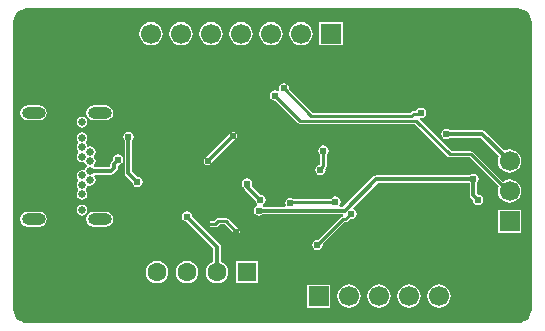
<source format=gbl>
G04*
G04 #@! TF.GenerationSoftware,Altium Limited,Altium Designer,21.0.8 (223)*
G04*
G04 Layer_Physical_Order=2*
G04 Layer_Color=16711680*
%FSLAX42Y42*%
%MOMM*%
G71*
G04*
G04 #@! TF.SameCoordinates,3342F10C-20B5-45E4-B721-DC8BC5ABD3D0*
G04*
G04*
G04 #@! TF.FilePolarity,Positive*
G04*
G01*
G75*
%ADD14C,0.25*%
%ADD40C,0.38*%
%ADD41O,2.00X1.00*%
%ADD42C,0.65*%
%ADD43R,1.70X1.70*%
%ADD44C,1.70*%
%ADD45C,1.60*%
%ADD46R,1.60X1.60*%
%ADD47R,1.70X1.70*%
%ADD48C,0.61*%
G36*
X4101Y2662D02*
X4124Y2653D01*
X4145Y2639D01*
X4163Y2621D01*
X4177Y2600D01*
X4186Y2577D01*
X4191Y2553D01*
Y2540D01*
Y127D01*
Y114D01*
X4186Y90D01*
X4177Y67D01*
X4163Y46D01*
X4145Y28D01*
X4124Y14D01*
X4101Y5D01*
X4077Y0D01*
X-89D01*
X-113Y5D01*
X-136Y14D01*
X-157Y28D01*
X-175Y46D01*
X-189Y67D01*
X-198Y90D01*
X-203Y114D01*
Y127D01*
Y2540D01*
Y2553D01*
X-198Y2577D01*
X-189Y2600D01*
X-175Y2621D01*
X-157Y2639D01*
X-136Y2653D01*
X-113Y2662D01*
X-89Y2667D01*
X4077D01*
X4101Y2662D01*
D02*
G37*
%LPC*%
G36*
X2587Y2549D02*
X2392D01*
Y2353D01*
X2587D01*
Y2549D01*
D02*
G37*
G36*
X2235Y2550D02*
X2210Y2546D01*
X2186Y2536D01*
X2166Y2521D01*
X2150Y2500D01*
X2140Y2477D01*
X2137Y2451D01*
X2140Y2426D01*
X2150Y2402D01*
X2166Y2381D01*
X2186Y2366D01*
X2210Y2356D01*
X2235Y2353D01*
X2261Y2356D01*
X2284Y2366D01*
X2305Y2381D01*
X2321Y2402D01*
X2330Y2426D01*
X2334Y2451D01*
X2330Y2477D01*
X2321Y2500D01*
X2305Y2521D01*
X2284Y2536D01*
X2261Y2546D01*
X2235Y2550D01*
D02*
G37*
G36*
X1981D02*
X1956Y2546D01*
X1932Y2536D01*
X1912Y2521D01*
X1896Y2500D01*
X1886Y2477D01*
X1883Y2451D01*
X1886Y2426D01*
X1896Y2402D01*
X1912Y2381D01*
X1932Y2366D01*
X1956Y2356D01*
X1981Y2353D01*
X2007Y2356D01*
X2030Y2366D01*
X2051Y2381D01*
X2067Y2402D01*
X2076Y2426D01*
X2080Y2451D01*
X2076Y2477D01*
X2067Y2500D01*
X2051Y2521D01*
X2030Y2536D01*
X2007Y2546D01*
X1981Y2550D01*
D02*
G37*
G36*
X1727D02*
X1702Y2546D01*
X1678Y2536D01*
X1658Y2521D01*
X1642Y2500D01*
X1632Y2477D01*
X1629Y2451D01*
X1632Y2426D01*
X1642Y2402D01*
X1658Y2381D01*
X1678Y2366D01*
X1702Y2356D01*
X1727Y2353D01*
X1753Y2356D01*
X1776Y2366D01*
X1797Y2381D01*
X1813Y2402D01*
X1822Y2426D01*
X1826Y2451D01*
X1822Y2477D01*
X1813Y2500D01*
X1797Y2521D01*
X1776Y2536D01*
X1753Y2546D01*
X1727Y2550D01*
D02*
G37*
G36*
X1473D02*
X1448Y2546D01*
X1424Y2536D01*
X1404Y2521D01*
X1388Y2500D01*
X1378Y2477D01*
X1375Y2451D01*
X1378Y2426D01*
X1388Y2402D01*
X1404Y2381D01*
X1424Y2366D01*
X1448Y2356D01*
X1473Y2353D01*
X1499Y2356D01*
X1522Y2366D01*
X1543Y2381D01*
X1559Y2402D01*
X1568Y2426D01*
X1572Y2451D01*
X1568Y2477D01*
X1559Y2500D01*
X1543Y2521D01*
X1522Y2536D01*
X1499Y2546D01*
X1473Y2550D01*
D02*
G37*
G36*
X1219D02*
X1194Y2546D01*
X1170Y2536D01*
X1150Y2521D01*
X1134Y2500D01*
X1124Y2477D01*
X1121Y2451D01*
X1124Y2426D01*
X1134Y2402D01*
X1150Y2381D01*
X1170Y2366D01*
X1194Y2356D01*
X1219Y2353D01*
X1245Y2356D01*
X1268Y2366D01*
X1289Y2381D01*
X1305Y2402D01*
X1314Y2426D01*
X1318Y2451D01*
X1314Y2477D01*
X1305Y2500D01*
X1289Y2521D01*
X1268Y2536D01*
X1245Y2546D01*
X1219Y2550D01*
D02*
G37*
G36*
X965D02*
X940Y2546D01*
X916Y2536D01*
X896Y2521D01*
X880Y2500D01*
X870Y2477D01*
X867Y2451D01*
X870Y2426D01*
X880Y2402D01*
X896Y2381D01*
X916Y2366D01*
X940Y2356D01*
X965Y2353D01*
X991Y2356D01*
X1014Y2366D01*
X1035Y2381D01*
X1051Y2402D01*
X1060Y2426D01*
X1064Y2451D01*
X1060Y2477D01*
X1051Y2500D01*
X1035Y2521D01*
X1014Y2536D01*
X991Y2546D01*
X965Y2550D01*
D02*
G37*
G36*
X2090Y2031D02*
X2073Y2028D01*
X2059Y2018D01*
X2049Y2004D01*
X2046Y1987D01*
X2049Y1972D01*
X2045Y1968D01*
X2038Y1963D01*
X2033Y1967D01*
X2017Y1970D01*
X2000Y1967D01*
X1985Y1957D01*
X1976Y1943D01*
X1973Y1926D01*
X1976Y1909D01*
X1985Y1895D01*
X2000Y1885D01*
X2017Y1882D01*
X2023Y1883D01*
X2210Y1696D01*
X2218Y1691D01*
X2228Y1689D01*
X3202D01*
X3481Y1410D01*
X3489Y1405D01*
X3499Y1403D01*
X3666D01*
X3911Y1157D01*
X3905Y1143D01*
X3902Y1118D01*
X3905Y1092D01*
X3915Y1068D01*
X3931Y1048D01*
X3951Y1032D01*
X3975Y1022D01*
X4001Y1019D01*
X4026Y1022D01*
X4050Y1032D01*
X4070Y1048D01*
X4086Y1068D01*
X4096Y1092D01*
X4099Y1118D01*
X4096Y1143D01*
X4086Y1167D01*
X4070Y1187D01*
X4050Y1203D01*
X4026Y1213D01*
X4001Y1216D01*
X3975Y1213D01*
X3951Y1203D01*
X3944Y1198D01*
X3695Y1447D01*
X3687Y1453D01*
X3677Y1455D01*
X3510D01*
X3241Y1723D01*
X3247Y1735D01*
X3251Y1734D01*
X3268Y1737D01*
X3282Y1747D01*
X3292Y1761D01*
X3295Y1778D01*
X3292Y1795D01*
X3282Y1809D01*
X3268Y1819D01*
X3251Y1822D01*
X3234Y1819D01*
X3220Y1809D01*
X3212Y1797D01*
X3189D01*
X3179Y1795D01*
X3170Y1790D01*
X3159Y1778D01*
X2335D01*
X2133Y1981D01*
X2134Y1987D01*
X2130Y2004D01*
X2121Y2018D01*
X2107Y2028D01*
X2090Y2031D01*
D02*
G37*
G36*
X581Y1844D02*
X481D01*
X457Y1839D01*
X436Y1825D01*
X422Y1804D01*
X417Y1780D01*
X422Y1755D01*
X436Y1734D01*
X457Y1721D01*
X481Y1716D01*
X581D01*
X605Y1721D01*
X626Y1734D01*
X640Y1755D01*
X645Y1780D01*
X640Y1804D01*
X626Y1825D01*
X605Y1839D01*
X581Y1844D01*
D02*
G37*
G36*
X21D02*
X-79D01*
X-103Y1839D01*
X-124Y1825D01*
X-138Y1804D01*
X-143Y1780D01*
X-138Y1755D01*
X-124Y1734D01*
X-103Y1721D01*
X-79Y1716D01*
X21D01*
X45Y1721D01*
X66Y1734D01*
X80Y1755D01*
X85Y1780D01*
X80Y1804D01*
X66Y1825D01*
X45Y1839D01*
X21Y1844D01*
D02*
G37*
G36*
X381Y1748D02*
X363Y1745D01*
X348Y1735D01*
X338Y1720D01*
X335Y1702D01*
X338Y1685D01*
X348Y1670D01*
X363Y1660D01*
X381Y1656D01*
X399Y1660D01*
X414Y1670D01*
X424Y1685D01*
X427Y1702D01*
X424Y1720D01*
X414Y1735D01*
X399Y1745D01*
X381Y1748D01*
D02*
G37*
G36*
X1664Y1620D02*
X1651Y1617D01*
X1641Y1610D01*
X1425Y1394D01*
X1418Y1384D01*
X1415Y1372D01*
X1418Y1359D01*
X1425Y1349D01*
X1435Y1342D01*
X1448Y1339D01*
X1460Y1342D01*
X1471Y1349D01*
X1687Y1565D01*
X1694Y1575D01*
X1696Y1588D01*
X1694Y1600D01*
X1687Y1610D01*
X1676Y1617D01*
X1664Y1620D01*
D02*
G37*
G36*
X381Y1616D02*
X363Y1612D01*
X348Y1602D01*
X338Y1587D01*
X335Y1570D01*
X338Y1552D01*
X348Y1537D01*
X350Y1534D01*
Y1525D01*
X348Y1522D01*
X338Y1507D01*
X335Y1490D01*
X338Y1472D01*
X348Y1457D01*
X350Y1454D01*
Y1445D01*
X348Y1442D01*
X338Y1427D01*
X335Y1410D01*
X338Y1392D01*
X348Y1377D01*
X363Y1367D01*
X381Y1364D01*
X399Y1367D01*
X407Y1358D01*
X408Y1352D01*
X418Y1337D01*
X420Y1336D01*
Y1323D01*
X418Y1322D01*
X408Y1307D01*
X407Y1302D01*
X399Y1292D01*
X381Y1296D01*
X363Y1292D01*
X348Y1282D01*
X338Y1267D01*
X335Y1250D01*
X338Y1232D01*
X348Y1217D01*
X350Y1216D01*
Y1203D01*
X348Y1202D01*
X338Y1187D01*
X335Y1170D01*
X338Y1152D01*
X348Y1137D01*
X350Y1134D01*
Y1125D01*
X348Y1122D01*
X338Y1107D01*
X335Y1090D01*
X338Y1072D01*
X348Y1057D01*
X363Y1047D01*
X381Y1044D01*
X399Y1047D01*
X414Y1057D01*
X424Y1072D01*
X427Y1090D01*
X424Y1107D01*
X414Y1122D01*
X412Y1125D01*
Y1134D01*
X414Y1137D01*
X424Y1152D01*
X425Y1158D01*
X433Y1167D01*
X451Y1164D01*
X469Y1167D01*
X484Y1177D01*
X494Y1192D01*
X497Y1210D01*
X494Y1227D01*
X484Y1242D01*
X490Y1253D01*
X494Y1257D01*
X630D01*
X642Y1260D01*
X652Y1267D01*
X677Y1292D01*
X684Y1302D01*
X687Y1315D01*
Y1333D01*
X696Y1342D01*
X703Y1344D01*
X717Y1353D01*
X726Y1367D01*
X730Y1384D01*
X726Y1401D01*
X717Y1415D01*
X703Y1425D01*
X686Y1428D01*
X669Y1425D01*
X655Y1415D01*
X645Y1401D01*
X642Y1384D01*
X643Y1381D01*
X632Y1370D01*
X625Y1359D01*
X622Y1347D01*
Y1328D01*
X616Y1322D01*
X484D01*
X484Y1322D01*
X482Y1323D01*
Y1336D01*
X484Y1337D01*
X494Y1352D01*
X497Y1370D01*
X494Y1387D01*
X484Y1402D01*
X482Y1405D01*
Y1414D01*
X484Y1417D01*
X494Y1432D01*
X497Y1450D01*
X494Y1467D01*
X484Y1482D01*
X469Y1492D01*
X451Y1496D01*
X433Y1492D01*
X425Y1502D01*
X424Y1507D01*
X414Y1522D01*
X412Y1525D01*
Y1534D01*
X414Y1537D01*
X424Y1552D01*
X427Y1570D01*
X424Y1587D01*
X414Y1602D01*
X399Y1612D01*
X381Y1616D01*
D02*
G37*
G36*
X3467Y1644D02*
X3450Y1641D01*
X3436Y1631D01*
X3426Y1617D01*
X3423Y1600D01*
X3426Y1583D01*
X3436Y1569D01*
X3450Y1560D01*
X3467Y1556D01*
X3484Y1560D01*
X3496Y1568D01*
X3758D01*
X3912Y1414D01*
X3905Y1397D01*
X3902Y1372D01*
X3905Y1346D01*
X3915Y1322D01*
X3931Y1302D01*
X3951Y1286D01*
X3975Y1276D01*
X4001Y1273D01*
X4026Y1276D01*
X4050Y1286D01*
X4070Y1302D01*
X4086Y1322D01*
X4096Y1346D01*
X4099Y1372D01*
X4096Y1397D01*
X4086Y1421D01*
X4070Y1441D01*
X4050Y1457D01*
X4026Y1467D01*
X4001Y1470D01*
X3975Y1467D01*
X3958Y1460D01*
X3795Y1623D01*
X3784Y1630D01*
X3772Y1633D01*
X3496D01*
X3484Y1641D01*
X3467Y1644D01*
D02*
G37*
G36*
X2426Y1505D02*
X2409Y1501D01*
X2395Y1492D01*
X2385Y1477D01*
X2382Y1460D01*
X2385Y1444D01*
X2395Y1429D01*
X2400Y1426D01*
Y1339D01*
X2383Y1336D01*
X2369Y1327D01*
X2360Y1312D01*
X2356Y1295D01*
X2360Y1279D01*
X2369Y1264D01*
X2383Y1255D01*
X2400Y1251D01*
X2417Y1255D01*
X2431Y1264D01*
X2441Y1279D01*
X2444Y1295D01*
X2442Y1307D01*
X2444Y1309D01*
X2450Y1318D01*
X2452Y1328D01*
Y1426D01*
X2457Y1429D01*
X2466Y1444D01*
X2470Y1460D01*
X2466Y1477D01*
X2457Y1492D01*
X2443Y1501D01*
X2426Y1505D01*
D02*
G37*
G36*
X775Y1619D02*
X758Y1615D01*
X744Y1606D01*
X734Y1592D01*
X731Y1575D01*
X734Y1558D01*
X742Y1546D01*
Y1270D01*
X745Y1258D01*
X752Y1247D01*
X807Y1192D01*
X810Y1177D01*
X820Y1163D01*
X834Y1153D01*
X851Y1150D01*
X868Y1153D01*
X882Y1163D01*
X892Y1177D01*
X895Y1194D01*
X892Y1211D01*
X882Y1225D01*
X868Y1234D01*
X853Y1237D01*
X807Y1283D01*
Y1546D01*
X815Y1558D01*
X819Y1575D01*
X815Y1592D01*
X806Y1606D01*
X792Y1615D01*
X775Y1619D01*
D02*
G37*
G36*
X3696Y1263D02*
X3679Y1260D01*
X3666Y1252D01*
X2871D01*
X2858Y1249D01*
X2848Y1242D01*
X2591Y985D01*
X2562D01*
X2558Y998D01*
X2568Y1012D01*
X2571Y1029D01*
X2568Y1046D01*
X2558Y1060D01*
X2544Y1069D01*
X2527Y1073D01*
X2510Y1069D01*
X2496Y1060D01*
X2493Y1055D01*
X2166D01*
X2163Y1057D01*
X2146Y1060D01*
X2129Y1057D01*
X2115Y1047D01*
X2106Y1033D01*
X2102Y1016D01*
X2106Y999D01*
X2108Y996D01*
X2102Y985D01*
X1918D01*
X1914Y990D01*
X1917Y1006D01*
X1923Y1010D01*
X1933Y1025D01*
X1936Y1041D01*
X1933Y1058D01*
X1923Y1073D01*
X1909Y1082D01*
X1894Y1085D01*
X1817Y1162D01*
X1819Y1164D01*
X1822Y1181D01*
X1819Y1198D01*
X1809Y1212D01*
X1795Y1222D01*
X1778Y1225D01*
X1761Y1222D01*
X1747Y1212D01*
X1737Y1198D01*
X1734Y1181D01*
X1737Y1164D01*
X1747Y1150D01*
X1749Y1149D01*
X1751Y1141D01*
X1758Y1130D01*
X1849Y1039D01*
X1852Y1025D01*
X1861Y1010D01*
X1866Y1007D01*
X1864Y993D01*
X1863Y993D01*
X1848Y984D01*
X1839Y969D01*
X1836Y952D01*
X1839Y936D01*
X1848Y921D01*
X1863Y912D01*
X1880Y908D01*
X1896Y912D01*
X1909Y920D01*
X2587D01*
X2594Y907D01*
X2594Y906D01*
X2591Y904D01*
X2583Y902D01*
X2574Y897D01*
X2381Y703D01*
X2375Y704D01*
X2358Y701D01*
X2344Y692D01*
X2334Y677D01*
X2331Y660D01*
X2334Y644D01*
X2344Y629D01*
X2358Y620D01*
X2375Y616D01*
X2392Y620D01*
X2406Y629D01*
X2416Y644D01*
X2419Y660D01*
X2418Y667D01*
X2603Y852D01*
X2611D01*
X2621Y854D01*
X2629Y860D01*
X2651Y882D01*
X2663Y879D01*
X2680Y882D01*
X2694Y892D01*
X2703Y906D01*
X2707Y923D01*
X2703Y940D01*
X2694Y954D01*
X2680Y964D01*
X2677Y964D01*
X2674Y976D01*
X2884Y1187D01*
X3663D01*
Y1083D01*
X3666Y1071D01*
X3673Y1060D01*
X3690Y1043D01*
X3690Y1041D01*
X3693Y1025D01*
X3703Y1010D01*
X3717Y1001D01*
X3734Y997D01*
X3751Y1001D01*
X3765Y1010D01*
X3774Y1025D01*
X3778Y1041D01*
X3774Y1058D01*
X3765Y1073D01*
X3751Y1082D01*
X3740Y1084D01*
X3728Y1096D01*
Y1190D01*
X3736Y1202D01*
X3740Y1219D01*
X3736Y1236D01*
X3727Y1250D01*
X3713Y1260D01*
X3696Y1263D01*
D02*
G37*
G36*
X381Y1003D02*
X363Y1000D01*
X348Y990D01*
X338Y975D01*
X335Y957D01*
X338Y940D01*
X348Y925D01*
X363Y915D01*
X381Y911D01*
X399Y915D01*
X414Y925D01*
X424Y940D01*
X427Y957D01*
X424Y975D01*
X414Y990D01*
X399Y1000D01*
X381Y1003D01*
D02*
G37*
G36*
X581Y944D02*
X481D01*
X457Y939D01*
X436Y925D01*
X422Y904D01*
X417Y880D01*
X422Y855D01*
X436Y834D01*
X457Y821D01*
X481Y816D01*
X581D01*
X605Y821D01*
X626Y834D01*
X640Y855D01*
X645Y880D01*
X640Y904D01*
X626Y925D01*
X605Y939D01*
X581Y944D01*
D02*
G37*
G36*
X21D02*
X-79D01*
X-103Y939D01*
X-124Y925D01*
X-138Y904D01*
X-143Y880D01*
X-138Y855D01*
X-124Y834D01*
X-103Y821D01*
X-79Y816D01*
X21D01*
X45Y821D01*
X66Y834D01*
X80Y855D01*
X85Y880D01*
X80Y904D01*
X66Y925D01*
X45Y939D01*
X21Y944D01*
D02*
G37*
G36*
X4098Y961D02*
X3903D01*
Y766D01*
X4098D01*
Y961D01*
D02*
G37*
G36*
X1601Y889D02*
X1537D01*
X1527Y887D01*
X1519Y881D01*
X1499Y861D01*
X1437D01*
X1427Y859D01*
X1418Y854D01*
X1413Y845D01*
X1411Y835D01*
X1413Y826D01*
X1418Y817D01*
X1427Y811D01*
X1437Y810D01*
X1510D01*
X1519Y811D01*
X1528Y817D01*
X1548Y837D01*
X1590D01*
X1671Y756D01*
X1679Y751D01*
X1689Y749D01*
X1699Y751D01*
X1707Y756D01*
X1713Y765D01*
X1715Y775D01*
X1713Y785D01*
X1707Y793D01*
X1619Y881D01*
X1611Y887D01*
X1601Y889D01*
D02*
G37*
G36*
X1871Y524D02*
X1685D01*
Y339D01*
X1871D01*
Y524D01*
D02*
G37*
G36*
X1270Y946D02*
X1253Y942D01*
X1239Y933D01*
X1229Y919D01*
X1226Y902D01*
X1229Y885D01*
X1239Y871D01*
X1253Y861D01*
X1268Y858D01*
X1492Y634D01*
Y519D01*
X1477Y513D01*
X1458Y498D01*
X1443Y479D01*
X1434Y456D01*
X1431Y432D01*
X1434Y408D01*
X1443Y385D01*
X1458Y366D01*
X1477Y351D01*
X1500Y341D01*
X1524Y338D01*
X1548Y341D01*
X1571Y351D01*
X1590Y366D01*
X1605Y385D01*
X1614Y408D01*
X1617Y432D01*
X1614Y456D01*
X1605Y479D01*
X1590Y498D01*
X1571Y513D01*
X1556Y519D01*
Y648D01*
X1554Y660D01*
X1547Y671D01*
X1314Y904D01*
X1311Y919D01*
X1301Y933D01*
X1287Y942D01*
X1270Y946D01*
D02*
G37*
G36*
Y525D02*
X1246Y522D01*
X1223Y513D01*
X1204Y498D01*
X1189Y479D01*
X1180Y456D01*
X1177Y432D01*
X1180Y408D01*
X1189Y385D01*
X1204Y366D01*
X1223Y351D01*
X1246Y341D01*
X1270Y338D01*
X1294Y341D01*
X1317Y351D01*
X1336Y366D01*
X1351Y385D01*
X1360Y408D01*
X1364Y432D01*
X1360Y456D01*
X1351Y479D01*
X1336Y498D01*
X1317Y513D01*
X1294Y522D01*
X1270Y525D01*
D02*
G37*
G36*
X1016D02*
X992Y522D01*
X969Y513D01*
X950Y498D01*
X935Y479D01*
X926Y456D01*
X923Y432D01*
X926Y408D01*
X935Y385D01*
X950Y366D01*
X969Y351D01*
X992Y341D01*
X1016Y338D01*
X1040Y341D01*
X1063Y351D01*
X1082Y366D01*
X1097Y385D01*
X1106Y408D01*
X1110Y432D01*
X1106Y456D01*
X1097Y479D01*
X1082Y498D01*
X1063Y513D01*
X1040Y522D01*
X1016Y525D01*
D02*
G37*
G36*
X2485Y326D02*
X2290D01*
Y131D01*
X2485D01*
Y326D01*
D02*
G37*
G36*
X3404Y327D02*
X3378Y324D01*
X3354Y314D01*
X3334Y298D01*
X3318Y278D01*
X3308Y254D01*
X3305Y229D01*
X3308Y203D01*
X3318Y179D01*
X3334Y159D01*
X3354Y143D01*
X3378Y133D01*
X3404Y130D01*
X3429Y133D01*
X3453Y143D01*
X3473Y159D01*
X3489Y179D01*
X3499Y203D01*
X3502Y229D01*
X3499Y254D01*
X3489Y278D01*
X3473Y298D01*
X3453Y314D01*
X3429Y324D01*
X3404Y327D01*
D02*
G37*
G36*
X3150D02*
X3124Y324D01*
X3100Y314D01*
X3080Y298D01*
X3064Y278D01*
X3054Y254D01*
X3051Y229D01*
X3054Y203D01*
X3064Y179D01*
X3080Y159D01*
X3100Y143D01*
X3124Y133D01*
X3150Y130D01*
X3175Y133D01*
X3199Y143D01*
X3219Y159D01*
X3235Y179D01*
X3245Y203D01*
X3248Y229D01*
X3245Y254D01*
X3235Y278D01*
X3219Y298D01*
X3199Y314D01*
X3175Y324D01*
X3150Y327D01*
D02*
G37*
G36*
X2896D02*
X2870Y324D01*
X2846Y314D01*
X2826Y298D01*
X2810Y278D01*
X2800Y254D01*
X2797Y229D01*
X2800Y203D01*
X2810Y179D01*
X2826Y159D01*
X2846Y143D01*
X2870Y133D01*
X2896Y130D01*
X2921Y133D01*
X2945Y143D01*
X2965Y159D01*
X2981Y179D01*
X2991Y203D01*
X2994Y229D01*
X2991Y254D01*
X2981Y278D01*
X2965Y298D01*
X2945Y314D01*
X2921Y324D01*
X2896Y327D01*
D02*
G37*
G36*
X2642D02*
X2616Y324D01*
X2592Y314D01*
X2572Y298D01*
X2556Y278D01*
X2546Y254D01*
X2543Y229D01*
X2546Y203D01*
X2556Y179D01*
X2572Y159D01*
X2592Y143D01*
X2616Y133D01*
X2642Y130D01*
X2667Y133D01*
X2691Y143D01*
X2711Y159D01*
X2727Y179D01*
X2737Y203D01*
X2740Y229D01*
X2737Y254D01*
X2727Y278D01*
X2711Y298D01*
X2691Y314D01*
X2667Y324D01*
X2642Y327D01*
D02*
G37*
%LPD*%
D14*
X1537Y863D02*
X1601D01*
X1437Y835D02*
X1510D01*
X1537Y863D01*
X1601D02*
X1689Y775D01*
X2375Y660D02*
X2593Y878D01*
X2656Y923D02*
X2663D01*
X2611Y878D02*
X2656Y923D01*
X2593Y878D02*
X2611D01*
X3170Y1753D02*
X3189Y1771D01*
X2324Y1753D02*
X3170D01*
X3244Y1771D02*
X3251Y1778D01*
X3189Y1771D02*
X3244D01*
X2090Y1987D02*
X2324Y1753D01*
X3499Y1429D02*
X3677D01*
X3213Y1715D02*
X3499Y1429D01*
X3988Y1118D02*
X4001D01*
X3677Y1429D02*
X3988Y1118D01*
X2228Y1715D02*
X3213D01*
X2146Y1016D02*
X2153D01*
X2166Y1029D02*
X2527D01*
X2153Y1016D02*
X2166Y1029D01*
X2426Y1328D02*
Y1460D01*
X2400Y1302D02*
X2426Y1328D01*
X2400Y1295D02*
Y1302D01*
X2017Y1926D02*
X2228Y1715D01*
D40*
X1270Y902D02*
X1524Y648D01*
Y432D02*
Y648D01*
X775Y1270D02*
X851Y1194D01*
X775Y1270D02*
Y1575D01*
X654Y1347D02*
X686Y1378D01*
Y1384D01*
X654Y1315D02*
Y1347D01*
X451Y1290D02*
X630D01*
X654Y1315D01*
X1448Y1372D02*
X1664Y1588D01*
X2871Y1219D02*
X3696D01*
Y1083D02*
X3734Y1045D01*
X3696Y1083D02*
Y1219D01*
X1880Y952D02*
X2604D01*
X2871Y1219D01*
X1778Y1181D02*
X1780Y1179D01*
Y1153D02*
X1892Y1041D01*
X1780Y1153D02*
Y1179D01*
X3734Y1041D02*
Y1045D01*
X3772Y1600D02*
X4001Y1372D01*
X3467Y1600D02*
X3772D01*
D41*
X-29Y880D02*
D03*
X531D02*
D03*
X-29Y1780D02*
D03*
X531D02*
D03*
D42*
X381Y1090D02*
D03*
Y1170D02*
D03*
Y1250D02*
D03*
Y1570D02*
D03*
Y1490D02*
D03*
Y1410D02*
D03*
X451Y1290D02*
D03*
Y1210D02*
D03*
Y1025D02*
D03*
Y1635D02*
D03*
Y1450D02*
D03*
Y1370D02*
D03*
X381Y957D02*
D03*
Y1702D02*
D03*
D43*
X2388Y229D02*
D03*
X2489Y2451D02*
D03*
D44*
X2642Y229D02*
D03*
X2896D02*
D03*
X3150D02*
D03*
X3404D02*
D03*
X4001Y1626D02*
D03*
Y1372D02*
D03*
Y1118D02*
D03*
X1219Y2451D02*
D03*
X1473D02*
D03*
X1727D02*
D03*
X1981D02*
D03*
X2235D02*
D03*
X965D02*
D03*
D45*
X1016Y432D02*
D03*
Y178D02*
D03*
X1270D02*
D03*
Y432D02*
D03*
X1524Y178D02*
D03*
Y432D02*
D03*
X1778Y178D02*
D03*
D46*
Y432D02*
D03*
D47*
X4001Y864D02*
D03*
D48*
X1437Y835D02*
D03*
X1689Y775D02*
D03*
X775Y1575D02*
D03*
X686Y1384D02*
D03*
X851Y1194D02*
D03*
X1664Y1588D02*
D03*
X1448Y1372D02*
D03*
X2663Y923D02*
D03*
X3251Y1778D02*
D03*
X2090Y1987D02*
D03*
X2400Y1295D02*
D03*
X2527Y1029D02*
D03*
X3696Y1219D02*
D03*
X2146Y1016D02*
D03*
X1892Y1041D02*
D03*
X2426Y1460D02*
D03*
X1778Y1181D02*
D03*
X1880Y952D02*
D03*
X2017Y1926D02*
D03*
X3467Y1600D02*
D03*
X3734Y1041D02*
D03*
X2375Y660D02*
D03*
X1270Y902D02*
D03*
M02*

</source>
